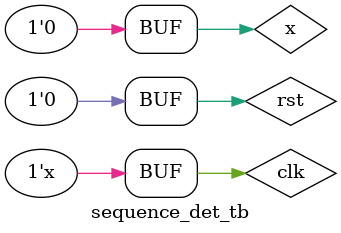
<source format=sv>



`timescale 1ns / 1ps

module sequence_det_tb();
    reg x, clk, rst;
    wire y;

    sequence_det dut (
        .x(x),
        .clk(clk),
        .rst(rst),
        .y(y)
    );

    initial begin
        clk = 1'b0;
        rst = 1'b1;
    end

    always #5 clk = ~clk;

    initial begin
        #15 rst = 1'b0; x = 0; 
	#15 x = 0; 
	#15 x = 1; 
	#15 x = 0;
        #15 x = 1; 
	#15 x = 0; 
	#15 x = 1; 
	#15 x = 1;
        #15 x = 0; 
	#15 x = 1;  // y become 1
	#15 x = 1; 
	#15 x = 0; 
	#15 x = 1; 
	#15 x = 1; 
	#15 x = 1; 
	#15 x = 0; 
	#15 x = 1; 
	#15 x = 1; 	
	#15 x = 0; 
	#15 x = 1; // y become 1
	#15 x = 0; 
    end
endmodule
</source>
